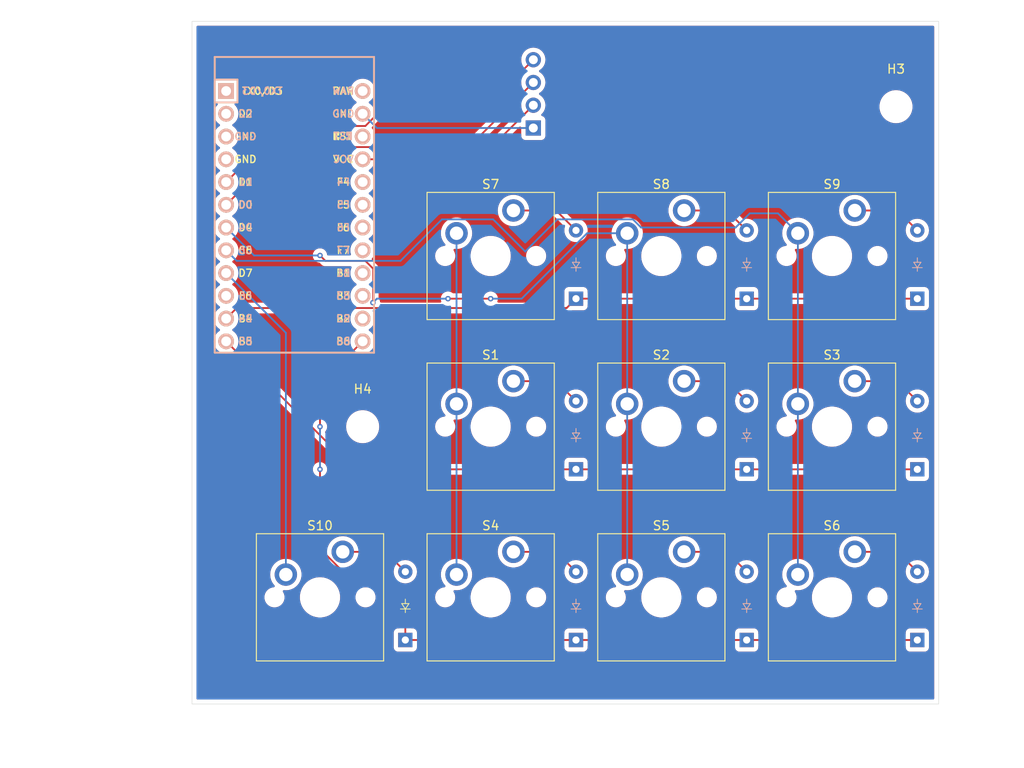
<source format=kicad_pcb>
(kicad_pcb (version 20240108) (generator "pcbnew") (generator_version "8.0")
  (layers (0 "F.Cu" signal) (31 "B.Cu" signal) (34 "B.Paste" user) (35 "F.Paste" user) (36 "B.SilkS" user "B.Silkscreen") (37 "F.SilkS" user "F.Silkscreen") (38 "B.Mask" user) (39 "F.Mask" user) (44 "Edge.Cuts" user))
  (net 0 "")
  (net 1 "Row 2")
  (net 2 "Net-(D1-A)")
  (net 3 "Net-(D2-A)")
  (net 4 "Net-(D3-A)")
  (net 5 "Row 3")
  (net 6 "Net-(D4-A)")
  (net 7 "Net-(D5-A)")
  (net 8 "Net-(D6-A)")
  (net 9 "Net-(D7-A)")
  (net 10 "Row 1")
  (net 11 "Net-(D8-A)")
  (net 12 "Net-(D9-A)")
  (net 13 "Net-(D10-A)")
  (net 14 "OLED CLOCK")
  (net 15 "OLED  DATA")
  (net 16 "OLED POWER")
  (net 17 "OLED GND")
  (net 18 "Column 0")
  (net 19 "Column 1")
  (net 20 "Column 2")
  (net 34 "Coulmn 3")
  (net 35 "Coulmn 0")
  (footprint "ScottoKeebs_MX:MX_PCB_1.00u" (layer "F.Cu") (at 171.45 123.825)
    (property "Reference" "S5" (at 0 -8 0) (layer "F.SilkS"))
    (property "Value" "Keyswitch")
    (fp_line (start -7.1 -7.1) (end -7.1 7.1) (stroke (width 0.12)) (layer "F.SilkS"))
    (fp_line (start -7.1 7.1) (end 7.1 7.1) (stroke (width 0.12)) (layer "F.SilkS"))
    (fp_line (start 7.1 -7.1) (end -7.1 -7.1) (stroke (width 0.12)) (layer "F.SilkS"))
    (fp_line (start 7.1 7.1) (end 7.1 -7.1) (stroke (width 0.12)) (layer "F.SilkS"))
    (pad "" np_thru_hole circle (at -5.08 0) (size 1.75 1.75) (drill 1.75) (layers "*.Cu" "*.Mask"))
    (pad "" np_thru_hole circle (at 0 0) (size 4 4) (drill 4) (layers "*.Cu" "*.Mask"))
    (pad "" np_thru_hole circle (at 5.08 0) (size 1.75 1.75) (drill 1.75) (layers "*.Cu" "*.Mask"))
    (pad "1" thru_hole circle (at -3.81 -2.54) (size 2.5 2.5) (drill 1.5) (layers "*.Cu" "*.Mask") (net 19 "Column 1"))
    (pad "2" thru_hole circle (at 2.54 -5.08) (size 2.5 2.5) (drill 1.5) (layers "*.Cu" "*.Mask") (net 7 "Net-(D5-A)"))
  )
  (footprint "ScottoKeebs_MX:MX_PCB_1.00u" (layer "F.Cu") (at 171.45 104.775)
    (property "Reference" "S2" (at 0 -8 0) (layer "F.SilkS"))
    (property "Value" "Keyswitch")
    (fp_line (start -7.1 -7.1) (end -7.1 7.1) (stroke (width 0.12)) (layer "F.SilkS"))
    (fp_line (start -7.1 7.1) (end 7.1 7.1) (stroke (width 0.12)) (layer "F.SilkS"))
    (fp_line (start 7.1 -7.1) (end -7.1 -7.1) (stroke (width 0.12)) (layer "F.SilkS"))
    (fp_line (start 7.1 7.1) (end 7.1 -7.1) (stroke (width 0.12)) (layer "F.SilkS"))
    (pad "" np_thru_hole circle (at -5.08 0) (size 1.75 1.75) (drill 1.75) (layers "*.Cu" "*.Mask"))
    (pad "" np_thru_hole circle (at 0 0) (size 4 4) (drill 4) (layers "*.Cu" "*.Mask"))
    (pad "" np_thru_hole circle (at 5.08 0) (size 1.75 1.75) (drill 1.75) (layers "*.Cu" "*.Mask"))
    (pad "1" thru_hole circle (at -3.81 -2.54) (size 2.5 2.5) (drill 1.5) (layers "*.Cu" "*.Mask") (net 19 "Column 1"))
    (pad "2" thru_hole circle (at 2.54 -5.08) (size 2.5 2.5) (drill 1.5) (layers "*.Cu" "*.Mask") (net 3 "Net-(D2-A)"))
  )
  (footprint "ScottoKeebs_MX:MX_PCB_1.00u" (layer "F.Cu") (at 152.4 85.725)
    (property "Reference" "S7" (at 0 -8 0) (layer "F.SilkS"))
    (property "Value" "Keyswitch")
    (fp_line (start -7.1 -7.1) (end -7.1 7.1) (stroke (width 0.12)) (layer "F.SilkS"))
    (fp_line (start -7.1 7.1) (end 7.1 7.1) (stroke (width 0.12)) (layer "F.SilkS"))
    (fp_line (start 7.1 -7.1) (end -7.1 -7.1) (stroke (width 0.12)) (layer "F.SilkS"))
    (fp_line (start 7.1 7.1) (end 7.1 -7.1) (stroke (width 0.12)) (layer "F.SilkS"))
    (pad "" np_thru_hole circle (at -5.08 0) (size 1.75 1.75) (drill 1.75) (layers "*.Cu" "*.Mask"))
    (pad "" np_thru_hole circle (at 0 0) (size 4 4) (drill 4) (layers "*.Cu" "*.Mask"))
    (pad "" np_thru_hole circle (at 5.08 0) (size 1.75 1.75) (drill 1.75) (layers "*.Cu" "*.Mask"))
    (pad "1" thru_hole circle (at -3.81 -2.54) (size 2.5 2.5) (drill 1.5) (layers "*.Cu" "*.Mask") (net 18 "Column 0"))
    (pad "2" thru_hole circle (at 2.54 -5.08) (size 2.5 2.5) (drill 1.5) (layers "*.Cu" "*.Mask") (net 9 "Net-(D7-A)"))
  )
  (footprint "MountingHole:MountingHole_3.2mm_M3" (layer "F.Cu") (at 197.64375 69.05625)
    (property "Reference" "H3" (at 0 -4.2 0) (layer "F.SilkS"))
    (property "Value" "MountingHole")
    (pad "" np_thru_hole circle (at 0 0) (size 3.2 3.2) (drill 3.2) (layers "*.Cu" "*.Mask"))
  )
  (footprint "ScottoKeebs_MX:MX_PCB_1.00u" (layer "F.Cu") (at 190.5 104.775)
    (property "Reference" "S3" (at 0 -8 0) (layer "F.SilkS"))
    (property "Value" "Keyswitch")
    (fp_line (start -7.1 -7.1) (end -7.1 7.1) (stroke (width 0.12)) (layer "F.SilkS"))
    (fp_line (start -7.1 7.1) (end 7.1 7.1) (stroke (width 0.12)) (layer "F.SilkS"))
    (fp_line (start 7.1 -7.1) (end -7.1 -7.1) (stroke (width 0.12)) (layer "F.SilkS"))
    (fp_line (start 7.1 7.1) (end 7.1 -7.1) (stroke (width 0.12)) (layer "F.SilkS"))
    (pad "" np_thru_hole circle (at -5.08 0) (size 1.75 1.75) (drill 1.75) (layers "*.Cu" "*.Mask"))
    (pad "" np_thru_hole circle (at 0 0) (size 4 4) (drill 4) (layers "*.Cu" "*.Mask"))
    (pad "" np_thru_hole circle (at 5.08 0) (size 1.75 1.75) (drill 1.75) (layers "*.Cu" "*.Mask"))
    (pad "1" thru_hole circle (at -3.81 -2.54) (size 2.5 2.5) (drill 1.5) (layers "*.Cu" "*.Mask") (net 20 "Column 2"))
    (pad "2" thru_hole circle (at 2.54 -5.08) (size 2.5 2.5) (drill 1.5) (layers "*.Cu" "*.Mask") (net 4 "Net-(D3-A)"))
  )
  (footprint "MountingHole:MountingHole_3.2mm_M3" (layer "F.Cu") (at 138.1125 104.775)
    (property "Reference" "H4" (at 0 -4.2 0) (layer "F.SilkS"))
    (property "Value" "MountingHole")
    (pad "" np_thru_hole circle (at 0 0) (size 3.2 3.2) (drill 3.2) (layers "*.Cu" "*.Mask"))
  )
  (footprint "ScottoKeebs_Components:OLED_128x32" (layer "F.Cu") (at 155.5625 61.6375)
    (property "Reference" "J1" (hide yes))
    (property "Value" "OLED_128x32")
    (pad "1" thru_hole rect (at 1.6 9.8 180) (size 1.7 1.7) (drill 1) (layers "*.Cu" "*.Mask") (net 17 "OLED GND"))
    (pad "2" thru_hole oval (at 1.6 7.26 180) (size 1.7 1.7) (drill 1) (layers "*.Cu" "*.Mask") (net 16 "OLED POWER"))
    (pad "3" thru_hole oval (at 1.6 4.72 180) (size 1.7 1.7) (drill 1) (layers "*.Cu" "*.Mask") (net 14 "OLED CLOCK"))
    (pad "4" thru_hole oval (at 1.6 2.18 180) (size 1.7 1.7) (drill 1) (layers "*.Cu" "*.Mask") (net 15 "OLED  DATA"))
  )
  (footprint "ScottoKeebs_MX:MX_PCB_1.00u" (layer "F.Cu") (at 152.4 123.825)
    (property "Reference" "S4" (at 0 -8 0) (layer "F.SilkS"))
    (property "Value" "Keyswitch")
    (fp_line (start -7.1 -7.1) (end -7.1 7.1) (stroke (width 0.12)) (layer "F.SilkS"))
    (fp_line (start -7.1 7.1) (end 7.1 7.1) (stroke (width 0.12)) (layer "F.SilkS"))
    (fp_line (start 7.1 -7.1) (end -7.1 -7.1) (stroke (width 0.12)) (layer "F.SilkS"))
    (fp_line (start 7.1 7.1) (end 7.1 -7.1) (stroke (width 0.12)) (layer "F.SilkS"))
    (pad "" np_thru_hole circle (at -5.08 0) (size 1.75 1.75) (drill 1.75) (layers "*.Cu" "*.Mask"))
    (pad "" np_thru_hole circle (at 0 0) (size 4 4) (drill 4) (layers "*.Cu" "*.Mask"))
    (pad "" np_thru_hole circle (at 5.08 0) (size 1.75 1.75) (drill 1.75) (layers "*.Cu" "*.Mask"))
    (pad "1" thru_hole circle (at -3.81 -2.54) (size 2.5 2.5) (drill 1.5) (layers "*.Cu" "*.Mask") (net 18 "Column 0"))
    (pad "2" thru_hole circle (at 2.54 -5.08) (size 2.5 2.5) (drill 1.5) (layers "*.Cu" "*.Mask") (net 6 "Net-(D4-A)"))
  )
  (footprint "ScottoKeebs_MX:MX_PCB_1.00u" (layer "F.Cu") (at 152.4 104.775)
    (property "Reference" "S1" (at 0 -8 0) (layer "F.SilkS"))
    (property "Value" "Keyswitch")
    (fp_line (start -7.1 -7.1) (end -7.1 7.1) (stroke (width 0.12)) (layer "F.SilkS"))
    (fp_line (start -7.1 7.1) (end 7.1 7.1) (stroke (width 0.12)) (layer "F.SilkS"))
    (fp_line (start 7.1 -7.1) (end -7.1 -7.1) (stroke (width 0.12)) (layer "F.SilkS"))
    (fp_line (start 7.1 7.1) (end 7.1 -7.1) (stroke (width 0.12)) (layer "F.SilkS"))
    (pad "" np_thru_hole circle (at -5.08 0) (size 1.75 1.75) (drill 1.75) (layers "*.Cu" "*.Mask"))
    (pad "" np_thru_hole circle (at 0 0) (size 4 4) (drill 4) (layers "*.Cu" "*.Mask"))
    (pad "" np_thru_hole circle (at 5.08 0) (size 1.75 1.75) (drill 1.75) (layers "*.Cu" "*.Mask"))
    (pad "1" thru_hole circle (at -3.81 -2.54) (size 2.5 2.5) (drill 1.5) (layers "*.Cu" "*.Mask") (net 18 "Column 0"))
    (pad "2" thru_hole circle (at 2.54 -5.08) (size 2.5 2.5) (drill 1.5) (layers "*.Cu" "*.Mask") (net 2 "Net-(D1-A)"))
  )
  (footprint "ScottoKeebs_MX:MX_PCB_1.00u" (layer "F.Cu") (at 171.45 85.725)
    (property "Reference" "S8" (at 0 -8 0) (layer "F.SilkS"))
    (property "Value" "Keyswitch")
    (fp_line (start -7.1 -7.1) (end -7.1 7.1) (stroke (width 0.12)) (layer "F.SilkS"))
    (fp_line (start -7.1 7.1) (end 7.1 7.1) (stroke (width 0.12)) (layer "F.SilkS"))
    (fp_line (start 7.1 -7.1) (end -7.1 -7.1) (stroke (width 0.12)) (layer "F.SilkS"))
    (fp_line (start 7.1 7.1) (end 7.1 -7.1) (stroke (width 0.12)) (layer "F.SilkS"))
    (pad "" np_thru_hole circle (at -5.08 0) (size 1.75 1.75) (drill 1.75) (layers "*.Cu" "*.Mask"))
    (pad "" np_thru_hole circle (at 0 0) (size 4 4) (drill 4) (layers "*.Cu" "*.Mask"))
    (pad "" np_thru_hole circle (at 5.08 0) (size 1.75 1.75) (drill 1.75) (layers "*.Cu" "*.Mask"))
    (pad "1" thru_hole circle (at -3.81 -2.54) (size 2.5 2.5) (drill 1.5) (layers "*.Cu" "*.Mask") (net 19 "Column 1"))
    (pad "2" thru_hole circle (at 2.54 -5.08) (size 2.5 2.5) (drill 1.5) (layers "*.Cu" "*.Mask") (net 11 "Net-(D8-A)"))
  )
  (footprint "ScottoKeebs_MX:MX_PCB_1.00u" (layer "F.Cu") (at 133.35 123.825)
    (property "Reference" "S10" (at 0 -8 0) (layer "F.SilkS"))
    (property "Value" "Keyswitch")
    (fp_line (start -7.1 -7.1) (end -7.1 7.1) (stroke (width 0.12)) (layer "F.SilkS"))
    (fp_line (start -7.1 7.1) (end 7.1 7.1) (stroke (width 0.12)) (layer "F.SilkS"))
    (fp_line (start 7.1 -7.1) (end -7.1 -7.1) (stroke (width 0.12)) (layer "F.SilkS"))
    (fp_line (start 7.1 7.1) (end 7.1 -7.1) (stroke (width 0.12)) (layer "F.SilkS"))
    (pad "" np_thru_hole circle (at -5.08 0) (size 1.75 1.75) (drill 1.75) (layers "*.Cu" "*.Mask"))
    (pad "" np_thru_hole circle (at 0 0) (size 4 4) (drill 4) (layers "*.Cu" "*.Mask"))
    (pad "" np_thru_hole circle (at 5.08 0) (size 1.75 1.75) (drill 1.75) (layers "*.Cu" "*.Mask"))
    (pad "1" thru_hole circle (at -3.81 -2.54) (size 2.5 2.5) (drill 1.5) (layers "*.Cu" "*.Mask") (net 34 "Coulmn 3"))
    (pad "2" thru_hole circle (at 2.54 -5.08) (size 2.5 2.5) (drill 1.5) (layers "*.Cu" "*.Mask") (net 13 "Net-(D10-A)"))
  )
  (footprint "ScottoKeebs_MCU:Arduino_Pro_Micro" (layer "F.Cu") (at 130.4925 81.28)
    (property "Reference" "U1" (hide yes))
    (property "Value" "Arduino_Pro_Micro" (hide yes))
    (fp_line (start -8.89 -17.78) (end -8.89 15.24) (stroke (width 0.2)) (layer "B.SilkS"))
    (fp_line (start -8.89 15.24) (end 8.89 15.24) (stroke (width 0.2)) (layer "B.SilkS"))
    (fp_line (start -6.35 -15.24) (end -8.89 -15.24) (stroke (width 0.2)) (layer "B.SilkS"))
    (fp_line (start -6.35 -15.24) (end -6.35 -12.7) (stroke (width 0.2)) (layer "B.SilkS"))
    (fp_line (start -6.35 -12.7) (end -8.89 -12.7) (stroke (width 0.2)) (layer "B.SilkS"))
    (fp_line (start 8.89 -17.78) (end -8.89 -17.78) (stroke (width 0.2)) (layer "B.SilkS"))
    (fp_line (start 8.89 15.24) (end 8.89 -17.78) (stroke (width 0.2)) (layer "B.SilkS"))
    (fp_poly (pts (xy 5.844635 -9.35097) (xy 5.844635 -9.25097) (xy 6.344635 -9.25097) (xy 6.344635 -9.35097)) (stroke (width 0.15)) (fill solid) (layer "B.SilkS"))
    (fp_poly (pts (xy 5.844635 -9.35097) (xy 5.844635 -9.05097) (xy 5.944635 -9.05097) (xy 5.944635 -9.35097)) (stroke (width 0.15)) (fill solid) (layer "B.SilkS"))
    (fp_poly (pts (xy 5.844635 -8.75097) (xy 5.844635 -8.55097) (xy 5.944635 -8.55097) (xy 5.944635 -8.75097)) (stroke (width 0.15)) (fill solid) (layer "B.SilkS"))
    (fp_poly (pts (xy 6.044635 -8.95097) (xy 6.044635 -8.85097) (xy 6.144635 -8.85097) (xy 6.144635 -8.95097)) (stroke (width 0.15)) (fill solid) (layer "B.SilkS"))
    (fp_poly (pts (xy 6.244635 -9.35097) (xy 6.244635 -8.55097) (xy 6.344635 -8.55097) (xy 6.344635 -9.35097)) (stroke (width 0.15)) (fill solid) (layer "B.SilkS"))
    (fp_line (start -8.89 -17.78) (end -8.89 15.24) (stroke (width 0.2)) (layer "F.SilkS"))
    (fp_line (start -8.89 15.24) (end 8.89 15.24) (stroke (width 0.2)) (layer "F.SilkS"))
    (fp_line (start -6.35 -15.24) (end -8.89 -15.24) (stroke (width 0.2)) (layer "F.SilkS"))
    (fp_line (start -6.35 -15.24) (end -6.35 -12.7) (stroke (width 0.2)) (layer "F.SilkS"))
    (fp_line (start -6.35 -12.7) (end -8.89 -12.7) (stroke (width 0.2)) (layer "F.SilkS"))
    (fp_line (start 8.89 -17.78) (end -8.89 -17.78) (stroke (width 0.2)) (layer "F.SilkS"))
    (fp_line (start 8.89 15.24) (end 8.89 -17.78) (stroke (width 0.2)) (layer "F.SilkS"))
    (fp_poly (pts (xy 4.531568 -9.36064) (xy 4.531568 -8.56064) (xy 4.431568 -8.56064) (xy 4.431568 -9.36064)) (stroke (width 0.15)) (fill solid) (layer "F.SilkS"))
    (fp_poly (pts (xy 4.731568 -8.96064) (xy 4.731568 -8.86064) (xy 4.631568 -8.86064) (xy 4.631568 -8.96064)) (stroke (width 0.15)) (fill solid) (layer "F.SilkS"))
    (fp_poly (pts (xy 4.931568 -9.36064) (xy 4.931568 -9.26064) (xy 4.431568 -9.26064) (xy 4.431568 -9.36064)) (stroke (width 0.15)) (fill solid) (layer "F.SilkS"))
    (fp_poly (pts (xy 4.931568 -9.36064) (xy 4.931568 -9.06064) (xy 4.831568 -9.06064) (xy 4.831568 -9.36064)) (stroke (width 0.15)) (fill solid) (layer "F.SilkS"))
    (fp_poly (pts (xy 4.931568 -8.76064) (xy 4.931568 -8.56064) (xy 4.831568 -8.56064) (xy 4.831568 -8.76064)) (stroke (width 0.15)) (fill solid) (layer "F.SilkS"))
    (fp_text user "C6" (at -5.461 3.81 0) (layer "B.SilkS") (effects (font (size 0.8 0.8)) (justify mirror)))
    (fp_text user "B2" (at 5.461 11.43 0) (layer "B.SilkS") (effects (font (size 0.8 0.8)) (justify mirror)))
    (fp_text user "F7" (at 5.461 3.81 0) (layer "B.SilkS") (effects (font (size 0.8 0.8)) (justify mirror)))
    (fp_text user "F6" (at 5.461 1.27 0) (layer "B.SilkS") (effects (font (size 0.8 0.8)) (justify mirror)))
    (fp_text user "RAW" (at 5.461 -13.97 0) (layer "B.SilkS") (effects (font (size 0.8 0.8)) (justify mirror)))
    (fp_text user "F5" (at 5.461 -1.27 0) (layer "B.SilkS") (effects (font (size 0.8 0.8)) (justify mirror)))
    (fp_text user "D0" (at -5.461 -1.27 0) (layer "B.SilkS") (effects (font (size 0.8 0.8)) (justify mirror)))
    (fp_text user "F4" (at 5.461 -3.81 0) (layer "B.SilkS") (effects (font (size 0.8 0.8)) (justify mirror)))
    (fp_text user "B3" (at 5.461 8.89 0) (layer "B.SilkS") (effects (font (size 0.8 0.8)) (justify mirror)))
    (fp_text user "B5" (at -5.461 13.97 0) (layer "B.SilkS") (effects (font (size 0.8 0.8)) (justify mirror)))
    (fp_text user "D1" (at -5.461 -3.81 0) (layer "B.SilkS") (effects (font (size 0.8 0.8)) (justify mirror)))
    (fp_text user "B4" (at -5.461 11.43 0) (layer "B.SilkS") (effects (font (size 0.8 0.8)) (justify mirror)))
    (fp_text user "B1" (at 5.461 6.35 0) (layer "B.SilkS") (effects (font (size 0.8 0.8)) (justify mirror)))
    (fp_text user "B6" (at 5.461 13.97 0) (layer "B.SilkS") (effects (font (size 0.8 0.8)) (justify mirror)))
    (fp_text user "D4" (at -5.461 1.27 0) (layer "B.SilkS") (effects (font (size 0.8 0.8)) (justify mirror)))
    (fp_text user "GND" (at -5.461 -8.89 0) (layer "B.SilkS") (effects (font (size 0.8 0.8)) (justify mirror)))
    (fp_text user "GND" (at 5.461 -11.43 0) (layer "B.SilkS") (effects (font (size 0.8 0.8)) (justify mirror)))
    (fp_text user "VCC" (at 5.461 -6.35 0) (layer "B.SilkS") (effects (font (size 0.8 0.8)) (justify mirror)))
    (fp_text user "ST" (at 5.04 -8.91 0) (layer "B.SilkS") (effects (font (size 0.8 0.8)) (justify mirror)))
    (fp_text user "TX0/D3" (at -3.571872 -13.97 0) (layer "B.SilkS") (effects (font (size 0.8 0.8)) (justify mirror)))
    (fp_text user "E6" (at -5.461 8.89 0) (layer "B.SilkS") (effects (font (size 0.8 0.8)) (justify mirror)))
    (fp_text user "D2" (at -5.461 -11.43 0) (layer "B.SilkS") (effects (font (size 0.8 0.8)) (justify mirror)))
    (fp_text user "GND" (at 5.461 -11.43 0) (layer "F.SilkS") (effects (font (size 0.8 0.8))))
    (fp_text user "D2" (at -5.461 -11.43 0) (layer "F.SilkS") (effects (font (size 0.8 0.8))))
    (fp_text user "F7" (at 5.461 3.81 0) (layer "F.SilkS") (effects (font (size 0.8 0.8))))
    (fp_text user "D1" (at -5.461 -3.81 0) (layer "F.SilkS") (effects (font (size 0.8 0.8))))
    (fp_text user "F6" (at 5.461 1.27 0) (layer "F.SilkS") (effects (font (size 0.8 0.8))))
    (fp_text user "TX0/D3" (at -3.571872 -13.97 0) (layer "F.SilkS") (effects (font (size 0.8 0.8))))
    (fp_text user "B6" (at 5.461 13.97 0) (layer "F.SilkS") (effects (font (size 0.8 0.8))))
    (fp_text user "E6" (at -5.461 8.89 0) (layer "F.SilkS") (effects (font (size 0.8 0.8))))
    (fp_text user "GND" (at -5.461 -8.89 0) (layer "F.SilkS") (effects (font (size 0.8 0.8))))
    (fp_text user "VCC" (at 5.461 -6.35 0) (layer "F.SilkS") (effects (font (size 0.8 0.8))))
    (fp_text user "B1" (at 5.461 6.35 0) (layer "F.SilkS") (effects (font (size 0.8 0.8))))
    (fp_text user "B2" (at 5.461 11.43 0) (layer "F.SilkS") (effects (font (size 0.8 0.8))))
    (fp_text user "D4" (at -5.461 1.27 0) (layer "F.SilkS") (effects (font (size 0.8 0.8))))
    (fp_text user "B3" (at 5.461 8.89 0) (layer "F.SilkS") (effects (font (size 0.8 0.8))))
    (fp_text user "D0" (at -5.461 -1.27 0) (layer "F.SilkS") (effects (font (size 0.8 0.8))))
    (fp_text user "C6" (at -5.461 3.81 0) (layer "F.SilkS") (effects (font (size 0.8 0.8))))
    (fp_text user "F5" (at 5.461 -1.27 0) (layer "F.SilkS") (effects (font (size 0.8 0.8))))
    (fp_text user "D7" (at -5.461 6.35 0) (layer "F.SilkS") (effects (font (size 0.8 0.8))))
    (fp_text user "GND" (at -5.461 -6.35 0) (layer "F.SilkS") (effects (font (size 0.8 0.8))))
    (fp_text user "B5" (at -5.461 13.97 0) (layer "F.SilkS") (effects (font (size 0.8 0.8))))
    (fp_text user "ST" (at 5.73312 -8.92 0) (layer "F.SilkS") (effects (font (size 0.8 0.8))))
    (fp_text user "F4" (at 5.461 -3.81 0) (layer "F.SilkS") (effects (font (size 0.8 0.8))))
    (fp_text user "B4" (at -5.461 11.43 0) (layer "F.SilkS") (effects (font (size 0.8 0.8))))
    (fp_text user "RAW" (at 5.461 -13.97 0) (layer "F.SilkS") (effects (font (size 0.8 0.8))))
    (pad "1" thru_hole rect (at -7.62 -13.97 270) (size 1.7526 1.7526) (drill 1.0922) (layers "*.Cu" "*.SilkS" "*.Mask"))
    (pad "2" thru_hole circle (at -7.62 -11.43 270) (size 1.7526 1.7526) (drill 1.0922) (layers "*.Cu" "*.SilkS" "*.Mask"))
    (pad "3" thru_hole circle (at -7.62 -8.89 270) (size 1.7526 1.7526) (drill 1.0922) (layers "*.Cu" "*.SilkS" "*.Mask"))
    (pad "4" thru_hole circle (at -7.62 -6.35 270) (size 1.7526 1.7526) (drill 1.0922) (layers "*.Cu" "*.SilkS" "*.Mask"))
    (pad "5" thru_hole circle (at -7.62 -3.81 270) (size 1.7526 1.7526) (drill 1.0922) (layers "*.Cu" "*.SilkS" "*.Mask") (net 15 "OLED  DATA"))
    (pad "6" thru_hole circle (at -7.62 -1.27 270) (size 1.7526 1.7526) (drill 1.0922) (layers "*.Cu" "*.SilkS" "*.Mask") (net 14 "OLED CLOCK"))
    (pad "7" thru_hole circle (at -7.62 1.27 270) (size 1.7526 1.7526) (drill 1.0922) (layers "*.Cu" "*.SilkS" "*.Mask") (net 19 "Column 1"))
    (pad "8" thru_hole circle (at -7.62 3.81 270) (size 1.7526 1.7526) (drill 1.0922) (layers "*.Cu" "*.SilkS" "*.Mask") (net 20 "Column 2"))
    (pad "9" thru_hole circle (at -7.62 6.35 270) (size 1.7526 1.7526) (drill 1.0922) (layers "*.Cu" "*.SilkS" "*.Mask") (net 34 "Coulmn 3"))
    (pad "10" thru_hole circle (at -7.62 8.89 270) (size 1.7526 1.7526) (drill 1.0922) (layers "*.Cu" "*.SilkS" "*.Mask") (net 35 "Coulmn 0"))
    (pad "11" thru_hole circle (at -7.62 11.43 270) (size 1.7526 1.7526) (drill 1.0922) (layers "*.Cu" "*.SilkS" "*.Mask") (net 10 "Row 1"))
    (pad "12" thru_hole circle (at -7.62 13.97 270) (size 1.7526 1.7526) (drill 1.0922) (layers "*.Cu" "*.SilkS" "*.Mask") (net 1 "Row 2"))
    (pad "13" thru_hole circle (at 7.62 13.97 270) (size 1.7526 1.7526) (drill 1.0922) (layers "*.Cu" "*.SilkS" "*.Mask") (net 5 "Row 3"))
    (pad "14" thru_hole circle (at 7.62 11.43 270) (size 1.7526 1.7526) (drill 1.0922) (layers "*.Cu" "*.SilkS" "*.Mask"))
    (pad "15" thru_hole circle (at 7.62 8.89 270) (size 1.7526 1.7526) (drill 1.0922) (layers "*.Cu" "*.SilkS" "*.Mask"))
    (pad "16" thru_hole circle (at 7.62 6.35 270) (size 1.7526 1.7526) (drill 1.0922) (layers "*.Cu" "*.SilkS" "*.Mask"))
    (pad "17" thru_hole circle (at 7.62 3.81 270) (size 1.7526 1.7526) (drill 1.0922) (layers "*.Cu" "*.SilkS" "*.Mask"))
    (pad "18" thru_hole circle (at 7.62 1.27 270) (size 1.7526 1.7526) (drill 1.0922) (layers "*.Cu" "*.SilkS" "*.Mask"))
    (pad "19" thru_hole circle (at 7.62 -1.27 270) (size 1.7526 1.7526) (drill 1.0922) (layers "*.Cu" "*.SilkS" "*.Mask"))
    (pad "20" thru_hole circle (at 7.62 -3.81 270) (size 1.7526 1.7526) (drill 1.0922) (layers "*.Cu" "*.SilkS" "*.Mask"))
    (pad "21" thru_hole circle (at 7.62 -6.35 270) (size 1.7526 1.7526) (drill 1.0922) (layers "*.Cu" "*.SilkS" "*.Mask") (net 16 "OLED POWER"))
    (pad "22" thru_hole circle (at 7.62 -8.89 270) (size 1.7526 1.7526) (drill 1.0922) (layers "*.Cu" "*.SilkS" "*.Mask"))
    (pad "23" thru_hole circle (at 7.62 -11.43 270) (size 1.7526 1.7526) (drill 1.0922) (layers "*.Cu" "*.SilkS" "*.Mask") (net 17 "OLED GND"))
    (pad "24" thru_hole circle (at 7.62 -13.97 270) (size 1.7526 1.7526) (drill 1.0922) (layers "*.Cu" "*.SilkS" "*.Mask"))
  )
  (footprint "ScottoKeebs_MX:MX_PCB_1.00u" (layer "F.Cu") (at 190.5 85.725)
    (property "Reference" "S9" (at 0 -8 0) (layer "F.SilkS"))
    (property "Value" "Keyswitch")
    (fp_line (start -7.1 -7.1) (end -7.1 7.1) (stroke (width 0.12)) (layer "F.SilkS"))
    (fp_line (start -7.1 7.1) (end 7.1 7.1) (stroke (width 0.12)) (layer "F.SilkS"))
    (fp_line (start 7.1 -7.1) (end -7.1 -7.1) (stroke (width 0.12)) (layer "F.SilkS"))
    (fp_line (start 7.1 7.1) (end 7.1 -7.1) (stroke (width 0.12)) (layer "F.SilkS"))
    (pad "" np_thru_hole circle (at -5.08 0) (size 1.75 1.75) (drill 1.75) (layers "*.Cu" "*.Mask"))
    (pad "" np_thru_hole circle (at 0 0) (size 4 4) (drill 4) (layers "*.Cu" "*.Mask"))
    (pad "" np_thru_hole circle (at 5.08 0) (size 1.75 1.75) (drill 1.75) (layers "*.Cu" "*.Mask"))
    (pad "1" thru_hole circle (at -3.81 -2.54) (size 2.5 2.5) (drill 1.5) (layers "*.Cu" "*.Mask") (net 20 "Column 2"))
    (pad "2" thru_hole circle (at 2.54 -5.08) (size 2.5 2.5) (drill 1.5) (layers "*.Cu" "*.Mask") (net 12 "Net-(D9-A)"))
  )
  (footprint "ScottoKeebs_Components:Diode_DO-35" (layer "F.Cu") (at 142.875 128.5875 90)
    (property "Reference" "D10" (hide yes))
    (property "Value" "Diode" (hide yes))
    (fp_line (start 3.46 -0.55) (end 3.46 0.55) (stroke (width 0.1)) (layer "F.SilkS"))
    (fp_line (start 4.06 -0.4) (end 4.06 0.4) (stroke (width 0.1)) (layer "F.SilkS"))
    (fp_line (start 4.06 0) (end 4.56 0) (stroke (width 0.1)) (layer "F.SilkS"))
    (fp_line (start 3.46 0) (end 4.06 -0.4) (stroke (width 0.1)) (layer "F.SilkS"))
    (fp_line (start 3.06 0) (end 3.46 0) (stroke (width 0.1)) (layer "F.SilkS"))
    (fp_line (start 4.06 0.4) (end 3.46 0) (stroke (width 0.1)) (layer "F.SilkS"))
    (pad "1" thru_hole rect (at 0 0 90) (size 1.6 1.6) (drill 0.8) (layers "*.Cu" "*.Mask") (net 5 "Row 3"))
    (pad "2" thru_hole oval (at 7.62 0 90) (size 1.6 1.6) (drill 0.8) (layers "*.Cu" "*.Mask") (net 13 "Net-(D10-A)"))
  )
  (footprint "ScottoKeebs_MX:MX_PCB_1.00u" (layer "F.Cu") (at 190.5 123.825)
    (property "Reference" "S6" (at 0 -8 0) (layer "F.SilkS"))
    (property "Value" "Keyswitch")
    (fp_line (start -7.1 -7.1) (end -7.1 7.1) (stroke (width 0.12)) (layer "F.SilkS"))
    (fp_line (start -7.1 7.1) (end 7.1 7.1) (stroke (width 0.12)) (layer "F.SilkS"))
    (fp_line (start 7.1 -7.1) (end -7.1 -7.1) (stroke (width 0.12)) (layer "F.SilkS"))
    (fp_line (start 7.1 7.1) (end 7.1 -7.1) (stroke (width 0.12)) (layer "F.SilkS"))
    (pad "" np_thru_hole circle (at -5.08 0) (size 1.75 1.75) (drill 1.75) (layers "*.Cu" "*.Mask"))
    (pad "" np_thru_hole circle (at 0 0) (size 4 4) (drill 4) (layers "*.Cu" "*.Mask"))
    (pad "" np_thru_hole circle (at 5.08 0) (size 1.75 1.75) (drill 1.75) (layers "*.Cu" "*.Mask"))
    (pad "1" thru_hole circle (at -3.81 -2.54) (size 2.5 2.5) (drill 1.5) (layers "*.Cu" "*.Mask") (net 20 "Column 2"))
    (pad "2" thru_hole circle (at 2.54 -5.08) (size 2.5 2.5) (drill 1.5) (layers "*.Cu" "*.Mask") (net 8 "Net-(D6-A)"))
  )
  (footprint "ScottoKeebs_Components:Diode_DO-35" (layer "B.Cu") (at 161.925 128.5875 90)
    (property "Reference" "D4" (hide yes))
    (property "Value" "Diode" (hide yes))
    (fp_line (start 3.46 -0.55) (end 3.46 0.55) (stroke (width 0.1)) (layer "B.SilkS"))
    (fp_line (start 4.06 -0.4) (end 4.06 0.4) (stroke (width 0.1)) (layer "B.SilkS"))
    (fp_line (start 4.56 0) (end 4.06 0) (stroke (width 0.1)) (layer "B.SilkS"))
    (fp_line (start 3.46 0) (end 4.06 -0.4) (stroke (width 0.1)) (layer "B.SilkS"))
    (fp_line (start 3.46 0) (end 3.06 0) (stroke (width 0.1)) (layer "B.SilkS"))
    (fp_line (start 4.06 0.4) (end 3.46 0) (stroke (width 0.1)) (layer "B.SilkS"))
    (pad "1" thru_hole rect (at 0 0 90) (size 1.6 1.6) (drill 0.8) (layers "*.Cu" "*.Mask") (net 5 "Row 3"))
    (pad "2" thru_hole oval (at 7.62 0 90) (size 1.6 1.6) (drill 0.8) (layers "*.Cu" "*.Mask") (net 6 "Net-(D4-A)"))
  )
  (footprint "ScottoKeebs_Components:Diode_DO-35" (layer "B.Cu") (at 200.025 128.5875 90)
    (property "Reference" "D6" (hide yes))
    (property "Value" "Diode" (hide yes))
    (fp_line (start 3.46 -0.55) (end 3.46 0.55) (stroke (width 0.1)) (layer "B.SilkS"))
    (fp_line (start 4.06 -0.4) (end 4.06 0.4) (stroke (width 0.1)) (layer "B.SilkS"))
    (fp_line (start 4.56 0) (end 4.06 0) (stroke (width 0.1)) (layer "B.SilkS"))
    (fp_line (start 3.46 0) (end 4.06 -0.4) (stroke (width 0.1)) (layer "B.SilkS"))
    (fp_line (start 3.46 0) (end 3.06 0) (stroke (width 0.1)) (layer "B.SilkS"))
    (fp_line (start 4.06 0.4) (end 3.46 0) (stroke (width 0.1)) (layer "B.SilkS"))
    (pad "1" thru_hole rect (at 0 0 90) (size 1.6 1.6) (drill 0.8) (layers "*.Cu" "*.Mask") (net 5 "Row 3"))
    (pad "2" thru_hole oval (at 7.62 0 90) (size 1.6 1.6) (drill 0.8) (layers "*.Cu" "*.Mask") (net 8 "Net-(D6-A)"))
  )
  (footprint "ScottoKeebs_Components:Diode_DO-35" (layer "B.Cu") (at 180.975 90.4875 90)
    (property "Reference" "D8" (hide yes))
    (property "Value" "Diode" (hide yes))
    (fp_line (start 3.46 -0.55) (end 3.46 0.55) (stroke (width 0.1)) (layer "B.SilkS"))
    (fp_line (start 4.06 -0.4) (end 4.06 0.4) (stroke (width 0.1)) (layer "B.SilkS"))
    (fp_line (start 4.56 0) (end 4.06 0) (stroke (width 0.1)) (layer "B.SilkS"))
    (fp_line (start 3.46 0) (end 4.06 -0.4) (stroke (width 0.1)) (layer "B.SilkS"))
    (fp_line (start 3.46 0) (end 3.06 0) (stroke (width 0.1)) (layer "B.SilkS"))
    (fp_line (start 4.06 0.4) (end 3.46 0) (stroke (width 0.1)) (layer "B.SilkS"))
    (pad "1" thru_hole rect (at 0 0 90) (size 1.6 1.6) (drill 0.8) (layers "*.Cu" "*.Mask") (net 10 "Row 1"))
    (pad "2" thru_hole oval (at 7.62 0 90) (size 1.6 1.6) (drill 0.8) (layers "*.Cu" "*.Mask") (net 11 "Net-(D8-A)"))
  )
  (footprint "ScottoKeebs_Components:Diode_DO-35" (layer "B.Cu") (at 180.975 128.5875 90)
    (property "Reference" "D5" (hide yes))
    (property "Value" "Diode" (hide yes))
    (fp_line (start 3.46 -0.55) (end 3.46 0.55) (stroke (width 0.1)) (layer "B.SilkS"))
    (fp_line (start 4.06 -0.4) (end 4.06 0.4) (stroke (width 0.1)) (layer "B.SilkS"))
    (fp_line (start 4.56 0) (end 4.06 0) (stroke (width 0.1)) (layer "B.SilkS"))
    (fp_line (start 3.46 0) (end 4.06 -0.4) (stroke (width 0.1)) (layer "B.SilkS"))
    (fp_line (start 3.46 0) (end 3.06 0) (stroke (width 0.1)) (layer "B.SilkS"))
    (fp_line (start 4.06 0.4) (end 3.46 0) (stroke (width 0.1)) (layer "B.SilkS"))
    (pad "1" thru_hole rect (at 0 0 90) (size 1.6 1.6) (drill 0.8) (layers "*.Cu" "*.Mask") (net 5 "Row 3"))
    (pad "2" thru_hole oval (at 7.62 0 90) (size 1.6 1.6) (drill 0.8) (layers "*.Cu" "*.Mask") (net 7 "Net-(D5-A)"))
  )
  (footprint "ScottoKeebs_Components:Diode_DO-35" (layer "B.Cu") (at 200.025 109.5375 90)
    (property "Reference" "D3" (hide yes))
    (property "Value" "Diode" (hide yes))
    (fp_line (start 3.46 -0.55) (end 3.46 0.55) (stroke (width 0.1)) (layer "B.SilkS"))
    (fp_line (start 4.06 -0.4) (end 4.06 0.4) (stroke (width 0.1)) (layer "B.SilkS"))
    (fp_line (start 4.56 0) (end 4.06 0) (stroke (width 0.1)) (layer "B.SilkS"))
    (fp_line (start 3.46 0) (end 4.06 -0.4) (stroke (width 0.1)) (layer "B.SilkS"))
    (fp_line (start 3.46 0) (end 3.06 0) (stroke (width 0.1)) (layer "B.SilkS"))
    (fp_line (start 4.06 0.4) (end 3.46 0) (stroke (width 0.1)) (layer "B.SilkS"))
    (pad "1" thru_hole rect (at 0 0 90) (size 1.6 1.6) (drill 0.8) (layers "*.Cu" "*.Mask") (net 1 "Row 2"))
    (pad "2" thru_hole oval (at 7.62 0 90) (size 1.6 1.6) (drill 0.8) (layers "*.Cu" "*.Mask") (net 4 "Net-(D3-A)"))
  )
  (footprint "ScottoKeebs_Components:Diode_DO-35" (layer "B.Cu") (at 161.925 90.4875 90)
    (property "Reference" "D7" (hide yes))
    (property "Value" "Diode" (hide yes))
    (fp_line (start 3.46 -0.55) (end 3.46 0.55) (stroke (width 0.1)) (layer "B.SilkS"))
    (fp_line (start 4.06 -0.4) (end 4.06 0.4) (stroke (width 0.1)) (layer "B.SilkS"))
    (fp_line (start 4.56 0) (end 4.06 0) (stroke (width 0.1)) (layer "B.SilkS"))
    (fp_line (start 3.46 0) (end 4.06 -0.4) (stroke (width 0.1)) (layer "B.SilkS"))
    (fp_line (start 3.46 0) (end 3.06 0) (stroke (width 0.1)) (layer "B.SilkS"))
    (fp_line (start 4.06 0.4) (end 3.46 0) (stroke (width 0.1)) (layer "B.SilkS"))
    (pad "1" thru_hole rect (at 0 0 90) (size 1.6 1.6) (drill 0.8) (layers "*.Cu" "*.Mask") (net 10 "Row 1"))
    (pad "2" thru_hole oval (at 7.62 0 90) (size 1.6 1.6) (drill 0.8) (layers "*.Cu" "*.Mask") (net 9 "Net-(D7-A)"))
  )
  (footprint "ScottoKeebs_Components:Diode_DO-35" (layer "B.Cu") (at 180.975 109.5375 90)
    (property "Reference" "D2" (hide yes))
    (property "Value" "Diode" (hide yes))
    (fp_line (start 3.46 -0.55) (end 3.46 0.55) (stroke (width 0.1)) (layer "B.SilkS"))
    (fp_line (start 4.06 -0.4) (end 4.06 0.4) (stroke (width 0.1)) (layer "B.SilkS"))
    (fp_line (start 4.56 0) (end 4.06 0) (stroke (width 0.1)) (layer "B.SilkS"))
    (fp_line (start 3.46 0) (end 4.06 -0.4) (stroke (width 0.1)) (layer "B.SilkS"))
    (fp_line (start 3.46 0) (end 3.06 0) (stroke (width 0.1)) (layer "B.SilkS"))
    (fp_line (start 4.06 0.4) (end 3.46 0) (stroke (width 0.1)) (layer "B.SilkS"))
    (pad "1" thru_hole rect (at 0 0 90) (size 1.6 1.6) (drill 0.8) (layers "*.Cu" "*.Mask") (net 1 "Row 2"))
    (pad "2" thru_hole oval (at 7.62 0 90) (size 1.6 1.6) (drill 0.8) (layers "*.Cu" "*.Mask") (net 3 "Net-(D2-A)"))
  )
  (footprint "ScottoKeebs_Components:Diode_DO-35" (layer "B.Cu") (at 161.925 109.5375 90)
    (property "Reference" "D1" (hide yes))
    (property "Value" "Diode" (hide yes))
    (fp_line (start 3.46 -0.55) (end 3.46 0.55) (stroke (width 0.1)) (layer "B.SilkS"))
    (fp_line (start 4.06 -0.4) (end 4.06 0.4) (stroke (width 0.1)) (layer "B.SilkS"))
    (fp_line (start 4.56 0) (end 4.06 0) (stroke (width 0.1)) (layer "B.SilkS"))
    (fp_line (start 3.46 0) (end 4.06 -0.4) (stroke (width 0.1)) (layer "B.SilkS"))
    (fp_line (start 3.46 0) (end 3.06 0) (stroke (width 0.1)) (layer "B.SilkS"))
    (fp_line (start 4.06 0.4) (end 3.46 0) (stroke (width 0.1)) (layer "B.SilkS"))
    (pad "1" thru_hole rect (at 0 0 90) (size 1.6 1.6) (drill 0.8) (layers "*.Cu" "*.Mask") (net 1 "Row 2"))
    (pad "2" thru_hole oval (at 7.62 0 90) (size 1.6 1.6) (drill 0.8) (layers "*.Cu" "*.Mask") (net 2 "Net-(D1-A)"))
  )
  (footprint "ScottoKeebs_Components:Diode_DO-35" (layer "B.Cu") (at 200.025 90.4875 90)
    (property "Reference" "D9" (hide yes))
    (property "Value" "Diode" (hide yes))
    (fp_line (start 3.46 -0.55) (end 3.46 0.55) (stroke (width 0.1)) (layer "B.SilkS"))
    (fp_line (start 4.06 -0.4) (end 4.06 0.4) (stroke (width 0.1)) (layer "B.SilkS"))
    (fp_line (start 4.56 0) (end 4.06 0) (stroke (width 0.1)) (layer "B.SilkS"))
    (fp_line (start 3.46 0) (end 4.06 -0.4) (stroke (width 0.1)) (layer "B.SilkS"))
    (fp_line (start 3.46 0) (end 3.06 0) (stroke (width 0.1)) (layer "B.SilkS"))
    (fp_line (start 4.06 0.4) (end 3.46 0) (stroke (width 0.1)) (layer "B.SilkS"))
    (pad "1" thru_hole rect (at 0 0 90) (size 1.6 1.6) (drill 0.8) (layers "*.Cu" "*.Mask") (net 10 "Row 1"))
    (pad "2" thru_hole oval (at 7.62 0 90) (size 1.6 1.6) (drill 0.8) (layers "*.Cu" "*.Mask") (net 12 "Net-(D9-A)"))
  )
  (gr_rect (start 119.0625 59.53125) (end 202.40625 135.73125) (stroke (width 0.05)) (fill none) (layer "Edge.Cuts"))
  (segment (start 161.925 109.5375) (end 200.025 109.5375) (width 0.2) (layer "F.Cu") (net 1))
  (segment (start 137.16 109.5375) (end 161.925 109.5375) (width 0.2) (layer "F.Cu") (net 1))
  (segment (start 122.8725 95.25) (end 137.16 109.5375) (width 0.2) (layer "F.Cu") (net 1))
  (segment (start 159.7025 99.695) (end 161.925 101.9175) (width 0.2) (layer "F.Cu") (net 2))
  (segment (start 154.94 99.695) (end 159.7025 99.695) (width 0.2) (layer "F.Cu") (net 2))
  (segment (start 178.7525 99.695) (end 180.975 101.9175) (width 0.2) (layer "F.Cu") (net 3))
  (segment (start 173.99 99.695) (end 178.7525 99.695) (width 0.2) (layer "F.Cu") (net 3))
  (segment (start 197.8025 99.695) (end 200.025 101.9175) (width 0.2) (layer "F.Cu") (net 4))
  (segment (start 193.04 99.695) (end 197.8025 99.695) (width 0.2) (layer "F.Cu") (net 4))
  (segment (start 142.875 123.825) (end 142.875 128.5875) (width 0.2) (layer "F.Cu") (net 5))
  (segment (start 133.35 100.0125) (end 133.35 104.775) (width 0.2) (layer "F.Cu") (net 5))
  (segment (start 133.35 109.5375) (end 133.35 118.397032) (width 0.2) (layer "F.Cu") (net 5))
  (segment (start 141.65 122.6) (end 142.875 123.825) (width 0.2) (layer "F.Cu") (net 5))
  (segment (start 133.35 118.397032) (end 137.552968 122.6) (width 0.2) (layer "F.Cu") (net 5))
  (segment (start 138.1125 95.25) (end 133.35 100.0125) (width 0.2) (layer "F.Cu") (net 5))
  (segment (start 142.875 128.5875) (end 200.025 128.5875) (width 0.2) (layer "F.Cu") (net 5))
  (segment (start 137.552968 122.6) (end 141.65 122.6) (width 0.2) (layer "F.Cu") (net 5))
  (via (at 133.35 104.775) (size 0.6) (drill 0.3) (layers "F.Cu" "B.Cu") (net 5))
  (via (at 133.35 109.5375) (size 0.6) (drill 0.3) (layers "F.Cu" "B.Cu") (net 5))
  (segment (start 133.35 104.775) (end 133.35 109.5375) (width 0.2) (layer "B.Cu") (net 5))
  (segment (start 154.94 118.745) (end 159.7025 118.745) (width 0.2) (layer "F.Cu") (net 6))
  (segment (start 159.7025 118.745) (end 161.925 120.9675) (width 0.2) (layer "F.Cu") (net 6))
  (segment (start 173.99 118.745) (end 178.7525 118.745) (width 0.2) (layer "F.Cu") (net 7))
  (segment (start 178.7525 118.745) (end 180.975 120.9675) (width 0.2) (layer "F.Cu") (net 7))
  (segment (start 197.8025 118.745) (end 200.025 120.9675) (width 0.2) (layer "F.Cu") (net 8))
  (segment (start 193.04 118.745) (end 197.8025 118.745) (width 0.2) (layer "F.Cu") (net 8))
  (segment (start 154.94 80.645) (end 159.7025 80.645) (width 0.2) (layer "F.Cu") (net 9))
  (segment (start 159.7025 80.645) (end 161.925 82.8675) (width 0.2) (layer "F.Cu") (net 9))
  (segment (start 160.8788 91.5337) (end 161.925 90.4875) (width 0.2) (layer "F.Cu") (net 10))
  (segment (start 122.8725 92.71) (end 124.0488 91.5337) (width 0.2) (layer "F.Cu") (net 10))
  (segment (start 161.925 90.4875) (end 200.025 90.4875) (width 0.2) (layer "F.Cu") (net 10))
  (segment (start 124.0488 91.5337) (end 160.8788 91.5337) (width 0.2) (layer "F.Cu") (net 10))
  (segment (start 178.7525 80.645) (end 180.975 82.8675) (width 0.2) (layer "F.Cu") (net 11))
  (segment (start 173.99 80.645) (end 178.7525 80.645) (width 0.2) (layer "F.Cu") (net 11))
  (segment (start 197.8025 80.645) (end 200.025 82.8675) (width 0.2) (layer "F.Cu") (net 12))
  (segment (start 193.04 80.645) (end 197.8025 80.645) (width 0.2) (layer "F.Cu") (net 12))
  (segment (start 135.89 118.745) (end 140.6525 118.745) (width 0.2) (layer "F.Cu") (net 13))
  (segment (start 140.6525 118.745) (end 142.875 120.9675) (width 0.2) (layer "F.Cu") (net 13))
  (segment (start 129.3162 73.5663) (end 122.8725 80.01) (width 0.2) (layer "F.Cu") (net 14))
  (segment (start 149.9537 73.5663) (end 129.3162 73.5663) (width 0.2) (layer "F.Cu") (net 14))
  (segment (start 157.1625 66.3575) (end 149.9537 73.5663) (width 0.2) (layer "F.Cu") (net 14))
  (segment (start 142.875 66.675) (end 142.875 66.75104) (width 0.2) (layer "F.Cu") (net 15))
  (segment (start 154.305 66.675) (end 142.875 66.675) (width 0.2) (layer "F.Cu") (net 15))
  (segment (start 138.41234 71.2137) (end 129.1288 71.2137) (width 0.2) (layer "F.Cu") (net 15))
  (segment (start 129.1288 71.2137) (end 122.8725 77.47) (width 0.2) (layer "F.Cu") (net 15))
  (segment (start 142.875 66.75104) (end 138.41234 71.2137) (width 0.2) (layer "F.Cu") (net 15))
  (segment (start 157.1625 63.8175) (end 154.305 66.675) (width 0.2) (layer "F.Cu") (net 15))
  (segment (start 157.1625 68.8975) (end 151.13 74.93) (width 0.2) (layer "F.Cu") (net 16))
  (segment (start 151.13 74.93) (end 138.1125 74.93) (width 0.2) (layer "F.Cu") (net 16))
  (segment (start 157.1625 71.4375) (end 139.7 71.4375) (width 0.2) (layer "B.Cu") (net 17))
  (segment (start 139.7 71.4375) (end 138.1125 69.85) (width 0.2) (layer "B.Cu") (net 17))
  (segment (start 148.59 83.185) (end 148.59 121.285) (width 0.2) (layer "B.Cu") (net 18))
  (segment (start 133.95 86.2663) (end 133.35 85.6663) (width 0.2) (layer "F.Cu") (net 19))
  (segment (start 139.2888 87.14276) (end 138.41234 86.2663) (width 0.2) (layer "F.Cu") (net 19))
  (segment (start 138.41234 86.2663) (end 133.95 86.2663) (width 0.2) (layer "F.Cu") (net 19))
  (segment (start 139.2888 90.902374) (end 139.2888 87.14276) (width 0.2) (layer "F.Cu") (net 19))
  (segment (start 139.257474 90.9337) (end 139.2888 90.902374) (width 0.2) (layer "F.Cu") (net 19))
  (segment (start 152.4 90.4875) (end 147.6375 90.4875) (width 0.2) (layer "F.Cu") (net 19))
  (via (at 139.257474 90.9337) (size 0.6) (drill 0.3) (layers "F.Cu" "B.Cu") (net 19))
  (via (at 147.6375 90.4875) (size 0.6) (drill 0.3) (layers "F.Cu" "B.Cu") (net 19))
  (via (at 152.4 90.4875) (size 0.6) (drill 0.3) (layers "F.Cu" "B.Cu") (net 19))
  (via (at 133.35 85.6663) (size 0.6) (drill 0.3) (layers "F.Cu" "B.Cu") (net 19))
  (segment (start 147.6375 90.4875) (end 139.703674 90.4875) (width 0.2) (layer "B.Cu") (net 19))
  (segment (start 167.64 83.185) (end 167.64 121.285) (width 0.2) (layer "B.Cu") (net 19))
  (segment (start 163.163135 83.185) (end 155.860635 90.4875) (width 0.2) (layer "B.Cu") (net 19))
  (segment (start 167.64 83.185) (end 163.163135 83.185) (width 0.2) (layer "B.Cu") (net 19))
  (segment (start 125.9888 85.6663) (end 122.8725 82.55) (width 0.2) (layer "B.Cu") (net 19))
  (segment (start 155.860635 90.4875) (end 152.4 90.4875) (width 0.2) (layer "B.Cu") (net 19))
  (segment (start 133.35 85.6663) (end 125.9888 85.6663) (width 0.2) (layer "B.Cu") (net 19))
  (segment (start 139.703674 90.4875) (end 139.257474 90.9337) (width 0.2) (layer "B.Cu") (net 19))
  (segment (start 152.672412 81.635) (end 156.255 85.217588) (width 0.2) (layer "B.Cu") (net 20))
  (segment (start 169.19 82.542968) (end 179.743897 82.542968) (width 0.2) (layer "B.Cu") (net 20))
  (segment (start 168.282032 81.635) (end 169.19 82.542968) (width 0.2) (layer "B.Cu") (net 20))
  (segment (start 124.0488 86.2663) (end 142.3337 86.2663) (width 0.2) (layer "B.Cu") (net 20))
  (segment (start 184.4675 80.9625) (end 186.69 83.185) (width 0.2) (layer "B.Cu") (net 20))
  (segment (start 181.324365 80.9625) (end 184.4675 80.9625) (width 0.2) (layer "B.Cu") (net 20))
  (segment (start 156.255 85.217588) (end 159.837588 81.635) (width 0.2) (layer "B.Cu") (net 20))
  (segment (start 146.965 81.635) (end 152.672412 81.635) (width 0.2) (layer "B.Cu") (net 20))
  (segment (start 159.837588 81.635) (end 168.282032 81.635) (width 0.2) (layer "B.Cu") (net 20))
  (segment (start 186.69 83.185) (end 186.69 121.285) (width 0.2) (layer "B.Cu") (net 20))
  (segment (start 142.3337 86.2663) (end 146.965 81.635) (width 0.2) (layer "B.Cu") (net 20))
  (segment (start 179.743897 82.542968) (end 181.324365 80.9625) (width 0.2) (layer "B.Cu") (net 20))
  (segment (start 122.8725 85.09) (end 124.0488 86.2663) (width 0.2) (layer "B.Cu") (net 20))
  (segment (start 129.54 94.2975) (end 129.54 121.285) (width 0.2) (layer "B.Cu") (net 34))
  (segment (start 122.8725 87.63) (end 129.54 94.2975) (width 0.2) (layer "B.Cu") (net 34))
  (zone (net 0) (net_name "") (layers "F&B.Cu") (connect_pads (clearance 0.5)) (min_thickness 0.25) (fill yes (thermal_gap 0.5) (thermal_bridge_width 0.5) (island_removal_mode 1) (island_area_min 9.999999))
    (polygon (pts (xy 207.16875 78.58125) (xy 204.7875 57.15) (xy 97.63125 57.15) (xy 107.15625 142.875) (xy 211.93125 140.49375)))
  )
)
</source>
